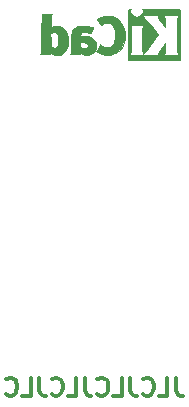
<source format=gbo>
G04 #@! TF.GenerationSoftware,KiCad,Pcbnew,(5.0.2)-1*
G04 #@! TF.CreationDate,2019-10-01T18:53:06+02:00*
G04 #@! TF.ProjectId,EleLab_v2_PowerFeed,456c654c-6162-45f7-9632-5f506f776572,rev?*
G04 #@! TF.SameCoordinates,Original*
G04 #@! TF.FileFunction,Legend,Bot*
G04 #@! TF.FilePolarity,Positive*
%FSLAX46Y46*%
G04 Gerber Fmt 4.6, Leading zero omitted, Abs format (unit mm)*
G04 Created by KiCad (PCBNEW (5.0.2)-1) date 01/10/2019 18:53:06*
%MOMM*%
%LPD*%
G01*
G04 APERTURE LIST*
%ADD10C,0.300000*%
%ADD11C,0.010000*%
%ADD12C,0.100000*%
%ADD13C,2.802000*%
%ADD14O,2.802000X3.402000*%
%ADD15O,1.902000X1.902000*%
%ADD16O,3.402000X2.802000*%
%ADD17C,5.700000*%
%ADD18O,1.702000X1.702000*%
%ADD19C,1.702000*%
%ADD20R,3.102000X3.102000*%
%ADD21C,3.102000*%
%ADD22O,1.802000X1.802000*%
%ADD23R,1.802000X1.802000*%
G04 APERTURE END LIST*
D10*
X153232571Y-127448571D02*
X153232571Y-128520000D01*
X153304000Y-128734285D01*
X153446857Y-128877142D01*
X153661142Y-128948571D01*
X153804000Y-128948571D01*
X151804000Y-128948571D02*
X152518285Y-128948571D01*
X152518285Y-127448571D01*
X150446857Y-128805714D02*
X150518285Y-128877142D01*
X150732571Y-128948571D01*
X150875428Y-128948571D01*
X151089714Y-128877142D01*
X151232571Y-128734285D01*
X151304000Y-128591428D01*
X151375428Y-128305714D01*
X151375428Y-128091428D01*
X151304000Y-127805714D01*
X151232571Y-127662857D01*
X151089714Y-127520000D01*
X150875428Y-127448571D01*
X150732571Y-127448571D01*
X150518285Y-127520000D01*
X150446857Y-127591428D01*
X149375428Y-127448571D02*
X149375428Y-128520000D01*
X149446857Y-128734285D01*
X149589714Y-128877142D01*
X149804000Y-128948571D01*
X149946857Y-128948571D01*
X147946857Y-128948571D02*
X148661142Y-128948571D01*
X148661142Y-127448571D01*
X146589714Y-128805714D02*
X146661142Y-128877142D01*
X146875428Y-128948571D01*
X147018285Y-128948571D01*
X147232571Y-128877142D01*
X147375428Y-128734285D01*
X147446857Y-128591428D01*
X147518285Y-128305714D01*
X147518285Y-128091428D01*
X147446857Y-127805714D01*
X147375428Y-127662857D01*
X147232571Y-127520000D01*
X147018285Y-127448571D01*
X146875428Y-127448571D01*
X146661142Y-127520000D01*
X146589714Y-127591428D01*
X145518285Y-127448571D02*
X145518285Y-128520000D01*
X145589714Y-128734285D01*
X145732571Y-128877142D01*
X145946857Y-128948571D01*
X146089714Y-128948571D01*
X144089714Y-128948571D02*
X144804000Y-128948571D01*
X144804000Y-127448571D01*
X142732571Y-128805714D02*
X142804000Y-128877142D01*
X143018285Y-128948571D01*
X143161142Y-128948571D01*
X143375428Y-128877142D01*
X143518285Y-128734285D01*
X143589714Y-128591428D01*
X143661142Y-128305714D01*
X143661142Y-128091428D01*
X143589714Y-127805714D01*
X143518285Y-127662857D01*
X143375428Y-127520000D01*
X143161142Y-127448571D01*
X143018285Y-127448571D01*
X142804000Y-127520000D01*
X142732571Y-127591428D01*
X141661142Y-127448571D02*
X141661142Y-128520000D01*
X141732571Y-128734285D01*
X141875428Y-128877142D01*
X142089714Y-128948571D01*
X142232571Y-128948571D01*
X140232571Y-128948571D02*
X140946857Y-128948571D01*
X140946857Y-127448571D01*
X138875428Y-128805714D02*
X138946857Y-128877142D01*
X139161142Y-128948571D01*
X139304000Y-128948571D01*
X139518285Y-128877142D01*
X139661142Y-128734285D01*
X139732571Y-128591428D01*
X139804000Y-128305714D01*
X139804000Y-128091428D01*
X139732571Y-127805714D01*
X139661142Y-127662857D01*
X139518285Y-127520000D01*
X139304000Y-127448571D01*
X139161142Y-127448571D01*
X138946857Y-127520000D01*
X138875428Y-127591428D01*
D11*
G04 #@! TO.C,LO_2*
G36*
X141852536Y-98257150D02*
X141850994Y-98587052D01*
X141849434Y-98869981D01*
X141847739Y-99109761D01*
X141845792Y-99310219D01*
X141843477Y-99475181D01*
X141840678Y-99608472D01*
X141837276Y-99713918D01*
X141833156Y-99795345D01*
X141828201Y-99856580D01*
X141822293Y-99901447D01*
X141815317Y-99933774D01*
X141807155Y-99957385D01*
X141800198Y-99971650D01*
X141755096Y-100054200D01*
X142569200Y-100054200D01*
X142569200Y-99978000D01*
X142572559Y-99924452D01*
X142580649Y-99901804D01*
X142580773Y-99901800D01*
X142606891Y-99914784D01*
X142659274Y-99947537D01*
X142686097Y-99965421D01*
X142818397Y-100032647D01*
X142978063Y-100079589D01*
X143146978Y-100103338D01*
X143307023Y-100100984D01*
X143407400Y-100081247D01*
X143591462Y-99999939D01*
X143756590Y-99878200D01*
X143891483Y-99725510D01*
X143952845Y-99623694D01*
X144020269Y-99466029D01*
X144064145Y-99299951D01*
X144087286Y-99111403D01*
X144092759Y-98924913D01*
X144091998Y-98911200D01*
X143291864Y-98911200D01*
X143287366Y-99086895D01*
X143273751Y-99220414D01*
X143248523Y-99319949D01*
X143209188Y-99393691D01*
X143153249Y-99449831D01*
X143120984Y-99472170D01*
X143014579Y-99510164D01*
X142888856Y-99507176D01*
X142753797Y-99463728D01*
X142729501Y-99451773D01*
X142632700Y-99401557D01*
X142625858Y-98852487D01*
X142619015Y-98303416D01*
X142686109Y-98259454D01*
X142749640Y-98232707D01*
X142839332Y-98212044D01*
X142897367Y-98205065D01*
X142985745Y-98201970D01*
X143044709Y-98212095D01*
X143095015Y-98240683D01*
X143121073Y-98261568D01*
X143188417Y-98335167D01*
X143237336Y-98430737D01*
X143269659Y-98555234D01*
X143287213Y-98715611D01*
X143291864Y-98911200D01*
X144091998Y-98911200D01*
X144076325Y-98628965D01*
X144028458Y-98369134D01*
X143949829Y-98146509D01*
X143841111Y-97962180D01*
X143702975Y-97817237D01*
X143536094Y-97712768D01*
X143341140Y-97649864D01*
X143301830Y-97642835D01*
X143186297Y-97634575D01*
X143058937Y-97641429D01*
X142932339Y-97660852D01*
X142819088Y-97690299D01*
X142731772Y-97727225D01*
X142683738Y-97767815D01*
X142662873Y-97792282D01*
X142646830Y-97787192D01*
X142635075Y-97748657D01*
X142627076Y-97672788D01*
X142622298Y-97555701D01*
X142620207Y-97393506D01*
X142620000Y-97303670D01*
X142620523Y-97129573D01*
X142622531Y-96998217D01*
X142626689Y-96901550D01*
X142633657Y-96831519D01*
X142644099Y-96780073D01*
X142658678Y-96739158D01*
X142668062Y-96719470D01*
X142716124Y-96625200D01*
X141859772Y-96625200D01*
X141852536Y-98257150D01*
X141852536Y-98257150D01*
G37*
X141852536Y-98257150D02*
X141850994Y-98587052D01*
X141849434Y-98869981D01*
X141847739Y-99109761D01*
X141845792Y-99310219D01*
X141843477Y-99475181D01*
X141840678Y-99608472D01*
X141837276Y-99713918D01*
X141833156Y-99795345D01*
X141828201Y-99856580D01*
X141822293Y-99901447D01*
X141815317Y-99933774D01*
X141807155Y-99957385D01*
X141800198Y-99971650D01*
X141755096Y-100054200D01*
X142569200Y-100054200D01*
X142569200Y-99978000D01*
X142572559Y-99924452D01*
X142580649Y-99901804D01*
X142580773Y-99901800D01*
X142606891Y-99914784D01*
X142659274Y-99947537D01*
X142686097Y-99965421D01*
X142818397Y-100032647D01*
X142978063Y-100079589D01*
X143146978Y-100103338D01*
X143307023Y-100100984D01*
X143407400Y-100081247D01*
X143591462Y-99999939D01*
X143756590Y-99878200D01*
X143891483Y-99725510D01*
X143952845Y-99623694D01*
X144020269Y-99466029D01*
X144064145Y-99299951D01*
X144087286Y-99111403D01*
X144092759Y-98924913D01*
X144091998Y-98911200D01*
X143291864Y-98911200D01*
X143287366Y-99086895D01*
X143273751Y-99220414D01*
X143248523Y-99319949D01*
X143209188Y-99393691D01*
X143153249Y-99449831D01*
X143120984Y-99472170D01*
X143014579Y-99510164D01*
X142888856Y-99507176D01*
X142753797Y-99463728D01*
X142729501Y-99451773D01*
X142632700Y-99401557D01*
X142625858Y-98852487D01*
X142619015Y-98303416D01*
X142686109Y-98259454D01*
X142749640Y-98232707D01*
X142839332Y-98212044D01*
X142897367Y-98205065D01*
X142985745Y-98201970D01*
X143044709Y-98212095D01*
X143095015Y-98240683D01*
X143121073Y-98261568D01*
X143188417Y-98335167D01*
X143237336Y-98430737D01*
X143269659Y-98555234D01*
X143287213Y-98715611D01*
X143291864Y-98911200D01*
X144091998Y-98911200D01*
X144076325Y-98628965D01*
X144028458Y-98369134D01*
X143949829Y-98146509D01*
X143841111Y-97962180D01*
X143702975Y-97817237D01*
X143536094Y-97712768D01*
X143341140Y-97649864D01*
X143301830Y-97642835D01*
X143186297Y-97634575D01*
X143058937Y-97641429D01*
X142932339Y-97660852D01*
X142819088Y-97690299D01*
X142731772Y-97727225D01*
X142683738Y-97767815D01*
X142662873Y-97792282D01*
X142646830Y-97787192D01*
X142635075Y-97748657D01*
X142627076Y-97672788D01*
X142622298Y-97555701D01*
X142620207Y-97393506D01*
X142620000Y-97303670D01*
X142620523Y-97129573D01*
X142622531Y-96998217D01*
X142626689Y-96901550D01*
X142633657Y-96831519D01*
X142644099Y-96780073D01*
X142658678Y-96739158D01*
X142668062Y-96719470D01*
X142716124Y-96625200D01*
X141859772Y-96625200D01*
X141852536Y-98257150D01*
G36*
X145072380Y-97652359D02*
X144896424Y-97692264D01*
X144777487Y-97736895D01*
X144684902Y-97792778D01*
X144602221Y-97866360D01*
X144549083Y-97921188D01*
X144505604Y-97972829D01*
X144470709Y-98026992D01*
X144443324Y-98089387D01*
X144422376Y-98165723D01*
X144406791Y-98261710D01*
X144395496Y-98383058D01*
X144387415Y-98535475D01*
X144381477Y-98724670D01*
X144376606Y-98956355D01*
X144374451Y-99077477D01*
X144370193Y-99309434D01*
X144366070Y-99496051D01*
X144361724Y-99642785D01*
X144356797Y-99755095D01*
X144350932Y-99838437D01*
X144343769Y-99898269D01*
X144334951Y-99940049D01*
X144324120Y-99969234D01*
X144314865Y-99985527D01*
X144269829Y-100054200D01*
X145080582Y-100054200D01*
X145096500Y-99900698D01*
X145195898Y-99968483D01*
X145352054Y-100047254D01*
X145532908Y-100093178D01*
X145722705Y-100104137D01*
X145905691Y-100078011D01*
X145939166Y-100068436D01*
X146125571Y-99986112D01*
X146276480Y-99868585D01*
X146389348Y-99719321D01*
X146461625Y-99541786D01*
X146490765Y-99339443D01*
X146491212Y-99317600D01*
X146490548Y-99288545D01*
X145762293Y-99288545D01*
X145758037Y-99377884D01*
X145747910Y-99408502D01*
X145685221Y-99489089D01*
X145590277Y-99543481D01*
X145476673Y-99567352D01*
X145358004Y-99556378D01*
X145320404Y-99544508D01*
X145233217Y-99502968D01*
X145177576Y-99450366D01*
X145147106Y-99375280D01*
X145135434Y-99266289D01*
X145134600Y-99211572D01*
X145134600Y-99012800D01*
X145300516Y-99012800D01*
X145464253Y-99027824D01*
X145602872Y-99070733D01*
X145698324Y-99131555D01*
X145740931Y-99198298D01*
X145762293Y-99288545D01*
X146490548Y-99288545D01*
X146488597Y-99203273D01*
X146474949Y-99115974D01*
X146445450Y-99032311D01*
X146422118Y-98982215D01*
X146317777Y-98825636D01*
X146173396Y-98699758D01*
X145989631Y-98604878D01*
X145767138Y-98541291D01*
X145506574Y-98509295D01*
X145366206Y-98505241D01*
X145127912Y-98504800D01*
X145141804Y-98401228D01*
X145177738Y-98287960D01*
X145249656Y-98209507D01*
X145356276Y-98166163D01*
X145496313Y-98158223D01*
X145668484Y-98185980D01*
X145845491Y-98240144D01*
X145929949Y-98267413D01*
X145994942Y-98282373D01*
X146026805Y-98281908D01*
X146027138Y-98281589D01*
X146044724Y-98249872D01*
X146074820Y-98183912D01*
X146112098Y-98096745D01*
X146151227Y-98001404D01*
X146186878Y-97910925D01*
X146213720Y-97838340D01*
X146226425Y-97796685D01*
X146226800Y-97793302D01*
X146205010Y-97774617D01*
X146161553Y-97768200D01*
X146109969Y-97762037D01*
X146023150Y-97745424D01*
X145914897Y-97721175D01*
X145837703Y-97702173D01*
X145571904Y-97651360D01*
X145313224Y-97634718D01*
X145072380Y-97652359D01*
X145072380Y-97652359D01*
G37*
X145072380Y-97652359D02*
X144896424Y-97692264D01*
X144777487Y-97736895D01*
X144684902Y-97792778D01*
X144602221Y-97866360D01*
X144549083Y-97921188D01*
X144505604Y-97972829D01*
X144470709Y-98026992D01*
X144443324Y-98089387D01*
X144422376Y-98165723D01*
X144406791Y-98261710D01*
X144395496Y-98383058D01*
X144387415Y-98535475D01*
X144381477Y-98724670D01*
X144376606Y-98956355D01*
X144374451Y-99077477D01*
X144370193Y-99309434D01*
X144366070Y-99496051D01*
X144361724Y-99642785D01*
X144356797Y-99755095D01*
X144350932Y-99838437D01*
X144343769Y-99898269D01*
X144334951Y-99940049D01*
X144324120Y-99969234D01*
X144314865Y-99985527D01*
X144269829Y-100054200D01*
X145080582Y-100054200D01*
X145096500Y-99900698D01*
X145195898Y-99968483D01*
X145352054Y-100047254D01*
X145532908Y-100093178D01*
X145722705Y-100104137D01*
X145905691Y-100078011D01*
X145939166Y-100068436D01*
X146125571Y-99986112D01*
X146276480Y-99868585D01*
X146389348Y-99719321D01*
X146461625Y-99541786D01*
X146490765Y-99339443D01*
X146491212Y-99317600D01*
X146490548Y-99288545D01*
X145762293Y-99288545D01*
X145758037Y-99377884D01*
X145747910Y-99408502D01*
X145685221Y-99489089D01*
X145590277Y-99543481D01*
X145476673Y-99567352D01*
X145358004Y-99556378D01*
X145320404Y-99544508D01*
X145233217Y-99502968D01*
X145177576Y-99450366D01*
X145147106Y-99375280D01*
X145135434Y-99266289D01*
X145134600Y-99211572D01*
X145134600Y-99012800D01*
X145300516Y-99012800D01*
X145464253Y-99027824D01*
X145602872Y-99070733D01*
X145698324Y-99131555D01*
X145740931Y-99198298D01*
X145762293Y-99288545D01*
X146490548Y-99288545D01*
X146488597Y-99203273D01*
X146474949Y-99115974D01*
X146445450Y-99032311D01*
X146422118Y-98982215D01*
X146317777Y-98825636D01*
X146173396Y-98699758D01*
X145989631Y-98604878D01*
X145767138Y-98541291D01*
X145506574Y-98509295D01*
X145366206Y-98505241D01*
X145127912Y-98504800D01*
X145141804Y-98401228D01*
X145177738Y-98287960D01*
X145249656Y-98209507D01*
X145356276Y-98166163D01*
X145496313Y-98158223D01*
X145668484Y-98185980D01*
X145845491Y-98240144D01*
X145929949Y-98267413D01*
X145994942Y-98282373D01*
X146026805Y-98281908D01*
X146027138Y-98281589D01*
X146044724Y-98249872D01*
X146074820Y-98183912D01*
X146112098Y-98096745D01*
X146151227Y-98001404D01*
X146186878Y-97910925D01*
X146213720Y-97838340D01*
X146226425Y-97796685D01*
X146226800Y-97793302D01*
X146205010Y-97774617D01*
X146161553Y-97768200D01*
X146109969Y-97762037D01*
X146023150Y-97745424D01*
X145914897Y-97721175D01*
X145837703Y-97702173D01*
X145571904Y-97651360D01*
X145313224Y-97634718D01*
X145072380Y-97652359D01*
G36*
X147155324Y-96806341D02*
X147114089Y-96816143D01*
X147043121Y-96838829D01*
X146947827Y-96874963D01*
X146840479Y-96919187D01*
X146733347Y-96966147D01*
X146638702Y-97010487D01*
X146568815Y-97046851D01*
X146537936Y-97067598D01*
X146547626Y-97090582D01*
X146579964Y-97145508D01*
X146628536Y-97222651D01*
X146686926Y-97312288D01*
X146748719Y-97404695D01*
X146807498Y-97490151D01*
X146856848Y-97558930D01*
X146889323Y-97600159D01*
X146917764Y-97597624D01*
X146969919Y-97567335D01*
X147013593Y-97533312D01*
X147158702Y-97441226D01*
X147323513Y-97395559D01*
X147481902Y-97394284D01*
X147652602Y-97434902D01*
X147796741Y-97518127D01*
X147913755Y-97642925D01*
X148003081Y-97808260D01*
X148064157Y-98013097D01*
X148096419Y-98256401D01*
X148099574Y-98530200D01*
X148078133Y-98777826D01*
X148033016Y-98983741D01*
X147962370Y-99152105D01*
X147864343Y-99287080D01*
X147737083Y-99392826D01*
X147707421Y-99411151D01*
X147630227Y-99451415D01*
X147558762Y-99472876D01*
X147470973Y-99480676D01*
X147407900Y-99481009D01*
X147248183Y-99465354D01*
X147109453Y-99417392D01*
X146975375Y-99330613D01*
X146925154Y-99288663D01*
X146870908Y-99244162D01*
X146834586Y-99220225D01*
X146826945Y-99218969D01*
X146804784Y-99252288D01*
X146765502Y-99316333D01*
X146714770Y-99401348D01*
X146658257Y-99497575D01*
X146601634Y-99595257D01*
X146550569Y-99684636D01*
X146510735Y-99755956D01*
X146487799Y-99799460D01*
X146484547Y-99808180D01*
X146509782Y-99821554D01*
X146567656Y-99852253D01*
X146645938Y-99893786D01*
X146650543Y-99896230D01*
X146812853Y-99976612D01*
X146955788Y-100031928D01*
X147097728Y-100066986D01*
X147257053Y-100086593D01*
X147407900Y-100094340D01*
X147600715Y-100095569D01*
X147752750Y-100086113D01*
X147843564Y-100070565D01*
X148075799Y-99985718D01*
X148288841Y-99856718D01*
X148478634Y-99687906D01*
X148641122Y-99483623D01*
X148772248Y-99248209D01*
X148867956Y-98986005D01*
X148872452Y-98969632D01*
X148908750Y-98783026D01*
X148927655Y-98568920D01*
X148929177Y-98345257D01*
X148913331Y-98129982D01*
X148880128Y-97941040D01*
X148871703Y-97909044D01*
X148769939Y-97635435D01*
X148627268Y-97389468D01*
X148446196Y-97174653D01*
X148229230Y-96994495D01*
X148208000Y-96980082D01*
X148030356Y-96887504D01*
X147822302Y-96821748D01*
X147597802Y-96784907D01*
X147370822Y-96779073D01*
X147155324Y-96806341D01*
X147155324Y-96806341D01*
G37*
X147155324Y-96806341D02*
X147114089Y-96816143D01*
X147043121Y-96838829D01*
X146947827Y-96874963D01*
X146840479Y-96919187D01*
X146733347Y-96966147D01*
X146638702Y-97010487D01*
X146568815Y-97046851D01*
X146537936Y-97067598D01*
X146547626Y-97090582D01*
X146579964Y-97145508D01*
X146628536Y-97222651D01*
X146686926Y-97312288D01*
X146748719Y-97404695D01*
X146807498Y-97490151D01*
X146856848Y-97558930D01*
X146889323Y-97600159D01*
X146917764Y-97597624D01*
X146969919Y-97567335D01*
X147013593Y-97533312D01*
X147158702Y-97441226D01*
X147323513Y-97395559D01*
X147481902Y-97394284D01*
X147652602Y-97434902D01*
X147796741Y-97518127D01*
X147913755Y-97642925D01*
X148003081Y-97808260D01*
X148064157Y-98013097D01*
X148096419Y-98256401D01*
X148099574Y-98530200D01*
X148078133Y-98777826D01*
X148033016Y-98983741D01*
X147962370Y-99152105D01*
X147864343Y-99287080D01*
X147737083Y-99392826D01*
X147707421Y-99411151D01*
X147630227Y-99451415D01*
X147558762Y-99472876D01*
X147470973Y-99480676D01*
X147407900Y-99481009D01*
X147248183Y-99465354D01*
X147109453Y-99417392D01*
X146975375Y-99330613D01*
X146925154Y-99288663D01*
X146870908Y-99244162D01*
X146834586Y-99220225D01*
X146826945Y-99218969D01*
X146804784Y-99252288D01*
X146765502Y-99316333D01*
X146714770Y-99401348D01*
X146658257Y-99497575D01*
X146601634Y-99595257D01*
X146550569Y-99684636D01*
X146510735Y-99755956D01*
X146487799Y-99799460D01*
X146484547Y-99808180D01*
X146509782Y-99821554D01*
X146567656Y-99852253D01*
X146645938Y-99893786D01*
X146650543Y-99896230D01*
X146812853Y-99976612D01*
X146955788Y-100031928D01*
X147097728Y-100066986D01*
X147257053Y-100086593D01*
X147407900Y-100094340D01*
X147600715Y-100095569D01*
X147752750Y-100086113D01*
X147843564Y-100070565D01*
X148075799Y-99985718D01*
X148288841Y-99856718D01*
X148478634Y-99687906D01*
X148641122Y-99483623D01*
X148772248Y-99248209D01*
X148867956Y-98986005D01*
X148872452Y-98969632D01*
X148908750Y-98783026D01*
X148927655Y-98568920D01*
X148929177Y-98345257D01*
X148913331Y-98129982D01*
X148880128Y-97941040D01*
X148871703Y-97909044D01*
X148769939Y-97635435D01*
X148627268Y-97389468D01*
X148446196Y-97174653D01*
X148229230Y-96994495D01*
X148208000Y-96980082D01*
X148030356Y-96887504D01*
X147822302Y-96821748D01*
X147597802Y-96784907D01*
X147370822Y-96779073D01*
X147155324Y-96806341D01*
G36*
X149248637Y-96242699D02*
X149226845Y-96249976D01*
X149208414Y-96266420D01*
X149193065Y-96295197D01*
X149180519Y-96339474D01*
X149170495Y-96402418D01*
X149162717Y-96487194D01*
X149156904Y-96596971D01*
X149152777Y-96734914D01*
X149150057Y-96904191D01*
X149148465Y-97107968D01*
X149147723Y-97349411D01*
X149147550Y-97631687D01*
X149147668Y-97957964D01*
X149147797Y-98331407D01*
X149147800Y-98390500D01*
X149147878Y-98765884D01*
X149148151Y-99093711D01*
X149148682Y-99377221D01*
X149149531Y-99619658D01*
X149150760Y-99824261D01*
X149152431Y-99994274D01*
X149154605Y-100132939D01*
X149157343Y-100243496D01*
X149160708Y-100329188D01*
X149164759Y-100393257D01*
X149169559Y-100438944D01*
X149175169Y-100469492D01*
X149181651Y-100488141D01*
X149187715Y-100496885D01*
X149198791Y-100503992D01*
X149218999Y-100510213D01*
X149251510Y-100515606D01*
X149299497Y-100520229D01*
X149366133Y-100524140D01*
X149454590Y-100527396D01*
X149568040Y-100530056D01*
X149709656Y-100532175D01*
X149882610Y-100533813D01*
X150090076Y-100535028D01*
X150335224Y-100535876D01*
X150621229Y-100536415D01*
X150951261Y-100536703D01*
X151328495Y-100536798D01*
X151383001Y-100536800D01*
X151766824Y-100536726D01*
X152103020Y-100536467D01*
X152394761Y-100535965D01*
X152645219Y-100535162D01*
X152857568Y-100534000D01*
X153034979Y-100532422D01*
X153180625Y-100530371D01*
X153297678Y-100527787D01*
X153389312Y-100524615D01*
X153458697Y-100520795D01*
X153509008Y-100516271D01*
X153543416Y-100510985D01*
X153565093Y-100504879D01*
X153577213Y-100497895D01*
X153578286Y-100496885D01*
X153585535Y-100485627D01*
X153591862Y-100465152D01*
X153597328Y-100432219D01*
X153601994Y-100383586D01*
X153605922Y-100316011D01*
X153609174Y-100226252D01*
X153611810Y-100111068D01*
X153613893Y-99967217D01*
X153615483Y-99791456D01*
X153616642Y-99580544D01*
X153617432Y-99331239D01*
X153617914Y-99040300D01*
X153618149Y-98704484D01*
X153618200Y-98390500D01*
X153618123Y-98015115D01*
X153617850Y-97687288D01*
X153617319Y-97403778D01*
X153616470Y-97161341D01*
X153615241Y-96956738D01*
X153614052Y-96835729D01*
X153338801Y-96835729D01*
X153328363Y-96860638D01*
X153302056Y-96914844D01*
X153288001Y-96942699D01*
X153277068Y-96965774D01*
X153267826Y-96991420D01*
X153260133Y-97023859D01*
X153253848Y-97067308D01*
X153248828Y-97125988D01*
X153244932Y-97204117D01*
X153242017Y-97305917D01*
X153239943Y-97435605D01*
X153238566Y-97597401D01*
X153237746Y-97795525D01*
X153237341Y-98034197D01*
X153237209Y-98317635D01*
X153237201Y-98454290D01*
X153237561Y-98717726D01*
X153238598Y-98966037D01*
X153240244Y-99194556D01*
X153242432Y-99398618D01*
X153245097Y-99573558D01*
X153248170Y-99714711D01*
X153251585Y-99817410D01*
X153255276Y-99876991D01*
X153257776Y-99890370D01*
X153282200Y-99930136D01*
X153308032Y-99984350D01*
X153337711Y-100054200D01*
X152811206Y-100053811D01*
X152656033Y-100052849D01*
X152521650Y-100050381D01*
X152415001Y-100046674D01*
X152343030Y-100041992D01*
X152312681Y-100036600D01*
X152312906Y-100034761D01*
X152342855Y-100000826D01*
X152378668Y-99942626D01*
X152382756Y-99934811D01*
X152397682Y-99897521D01*
X152408693Y-99847267D01*
X152416331Y-99776556D01*
X152421134Y-99677898D01*
X152423644Y-99543800D01*
X152424399Y-99366772D01*
X152424400Y-99356961D01*
X152423167Y-99179347D01*
X152419604Y-99036876D01*
X152413922Y-98933727D01*
X152406328Y-98874078D01*
X152399586Y-98860400D01*
X152370086Y-98879770D01*
X152332359Y-98926744D01*
X152330085Y-98930250D01*
X152289507Y-98987268D01*
X152255301Y-99025500D01*
X152224853Y-99062632D01*
X152184917Y-99124966D01*
X152171329Y-99148833D01*
X152129180Y-99215930D01*
X152066473Y-99304720D01*
X151995408Y-99398064D01*
X151981458Y-99415533D01*
X151873339Y-99558344D01*
X151782862Y-99694967D01*
X151714611Y-99817349D01*
X151673169Y-99917440D01*
X151662400Y-99975923D01*
X151662400Y-100054200D01*
X150535945Y-100054200D01*
X150548071Y-100040488D01*
X150392400Y-100040488D01*
X150368301Y-100044757D01*
X150301204Y-100048485D01*
X150198911Y-100051448D01*
X150069222Y-100053426D01*
X149919939Y-100054196D01*
X149909800Y-100054200D01*
X149733033Y-100053408D01*
X149601899Y-100050806D01*
X149511253Y-100046056D01*
X149455950Y-100038818D01*
X149430844Y-100028752D01*
X149428008Y-100022450D01*
X149442962Y-99978554D01*
X149466108Y-99941395D01*
X149475302Y-99922692D01*
X149482898Y-99890195D01*
X149489041Y-99839498D01*
X149493873Y-99766196D01*
X149497536Y-99665883D01*
X149500174Y-99534154D01*
X149501930Y-99366604D01*
X149502947Y-99158827D01*
X149503367Y-98906418D01*
X149503400Y-98792045D01*
X149503400Y-97692000D01*
X150368305Y-97692000D01*
X150329553Y-97766938D01*
X150319522Y-97792815D01*
X150311333Y-97831092D01*
X150304808Y-97886607D01*
X150299774Y-97964197D01*
X150296053Y-98068700D01*
X150293471Y-98204954D01*
X150291852Y-98377797D01*
X150291021Y-98592067D01*
X150290800Y-98834750D01*
X150290914Y-99086440D01*
X150291415Y-99292511D01*
X150292545Y-99458147D01*
X150294545Y-99588527D01*
X150297655Y-99688835D01*
X150302117Y-99764251D01*
X150308171Y-99819957D01*
X150316059Y-99861135D01*
X150326021Y-99892967D01*
X150338299Y-99920635D01*
X150341600Y-99927200D01*
X150372510Y-99990636D01*
X150390520Y-100033110D01*
X150392400Y-100040488D01*
X150548071Y-100040488D01*
X150597523Y-99984570D01*
X150641445Y-99935266D01*
X150669627Y-99904290D01*
X150671800Y-99902020D01*
X150729555Y-99838905D01*
X150801037Y-99754689D01*
X150876103Y-99662065D01*
X150944609Y-99573725D01*
X150996412Y-99502361D01*
X151016624Y-99470547D01*
X151056845Y-99406584D01*
X151120338Y-99315299D01*
X151198196Y-99208680D01*
X151281513Y-99098715D01*
X151361383Y-98997390D01*
X151423727Y-98922607D01*
X151484171Y-98845548D01*
X151540841Y-98761943D01*
X151545022Y-98755050D01*
X151672363Y-98556936D01*
X151768006Y-98426356D01*
X151837964Y-98335212D01*
X151756532Y-98247760D01*
X151686340Y-98168661D01*
X151596285Y-98061892D01*
X151496943Y-97940451D01*
X151398893Y-97817339D01*
X151312711Y-97705555D01*
X151283849Y-97666815D01*
X150979059Y-97286892D01*
X150739721Y-97029787D01*
X150540941Y-96828400D01*
X151086253Y-96828400D01*
X151271450Y-96828523D01*
X151412002Y-96829861D01*
X151514063Y-96833867D01*
X151583788Y-96841993D01*
X151627331Y-96855691D01*
X151650847Y-96876416D01*
X151660489Y-96905618D01*
X151662414Y-96944751D01*
X151662400Y-96964390D01*
X151677988Y-97017842D01*
X151717059Y-97085121D01*
X151734701Y-97108362D01*
X151793348Y-97185668D01*
X151856110Y-97276586D01*
X151878198Y-97311000D01*
X151921448Y-97377764D01*
X151955088Y-97424931D01*
X151966761Y-97438000D01*
X151996555Y-97467339D01*
X152045755Y-97523018D01*
X152105478Y-97594108D01*
X152166838Y-97669681D01*
X152220953Y-97738808D01*
X152258937Y-97790561D01*
X152272000Y-97813483D01*
X152288818Y-97842974D01*
X152330854Y-97890717D01*
X152348201Y-97907900D01*
X152424401Y-97980904D01*
X152424400Y-97561088D01*
X152422807Y-97378302D01*
X152417105Y-97235476D01*
X152405907Y-97121840D01*
X152387828Y-97026629D01*
X152361482Y-96939075D01*
X152335836Y-96872850D01*
X152332606Y-96857771D01*
X152341351Y-96846538D01*
X152368295Y-96838591D01*
X152419662Y-96833367D01*
X152501676Y-96830303D01*
X152620561Y-96828838D01*
X152782540Y-96828410D01*
X152828083Y-96828400D01*
X152982917Y-96828746D01*
X153118878Y-96829712D01*
X153228383Y-96831190D01*
X153303849Y-96833071D01*
X153337692Y-96835245D01*
X153338801Y-96835729D01*
X153614052Y-96835729D01*
X153613570Y-96786725D01*
X153611396Y-96648060D01*
X153608658Y-96537503D01*
X153605293Y-96451811D01*
X153601242Y-96387742D01*
X153596442Y-96342055D01*
X153590832Y-96311507D01*
X153584350Y-96292858D01*
X153578286Y-96284114D01*
X153565822Y-96275934D01*
X153543563Y-96268938D01*
X153507809Y-96263034D01*
X153454859Y-96258133D01*
X153381012Y-96254144D01*
X153282569Y-96250978D01*
X153155827Y-96248544D01*
X152997087Y-96246752D01*
X152802647Y-96245511D01*
X152568807Y-96244733D01*
X152291865Y-96244326D01*
X151968122Y-96244200D01*
X150341600Y-96244200D01*
X150341600Y-96340418D01*
X150321521Y-96456335D01*
X150268475Y-96575000D01*
X150193246Y-96675991D01*
X150140994Y-96720244D01*
X150027454Y-96767370D01*
X149896500Y-96777636D01*
X149762372Y-96753918D01*
X149639310Y-96699089D01*
X149541552Y-96616023D01*
X149526200Y-96596147D01*
X149479194Y-96495428D01*
X149457561Y-96379877D01*
X149446310Y-96244199D01*
X149336970Y-96244200D01*
X149303420Y-96242977D01*
X149274069Y-96241421D01*
X149248637Y-96242699D01*
X149248637Y-96242699D01*
G37*
X149248637Y-96242699D02*
X149226845Y-96249976D01*
X149208414Y-96266420D01*
X149193065Y-96295197D01*
X149180519Y-96339474D01*
X149170495Y-96402418D01*
X149162717Y-96487194D01*
X149156904Y-96596971D01*
X149152777Y-96734914D01*
X149150057Y-96904191D01*
X149148465Y-97107968D01*
X149147723Y-97349411D01*
X149147550Y-97631687D01*
X149147668Y-97957964D01*
X149147797Y-98331407D01*
X149147800Y-98390500D01*
X149147878Y-98765884D01*
X149148151Y-99093711D01*
X149148682Y-99377221D01*
X149149531Y-99619658D01*
X149150760Y-99824261D01*
X149152431Y-99994274D01*
X149154605Y-100132939D01*
X149157343Y-100243496D01*
X149160708Y-100329188D01*
X149164759Y-100393257D01*
X149169559Y-100438944D01*
X149175169Y-100469492D01*
X149181651Y-100488141D01*
X149187715Y-100496885D01*
X149198791Y-100503992D01*
X149218999Y-100510213D01*
X149251510Y-100515606D01*
X149299497Y-100520229D01*
X149366133Y-100524140D01*
X149454590Y-100527396D01*
X149568040Y-100530056D01*
X149709656Y-100532175D01*
X149882610Y-100533813D01*
X150090076Y-100535028D01*
X150335224Y-100535876D01*
X150621229Y-100536415D01*
X150951261Y-100536703D01*
X151328495Y-100536798D01*
X151383001Y-100536800D01*
X151766824Y-100536726D01*
X152103020Y-100536467D01*
X152394761Y-100535965D01*
X152645219Y-100535162D01*
X152857568Y-100534000D01*
X153034979Y-100532422D01*
X153180625Y-100530371D01*
X153297678Y-100527787D01*
X153389312Y-100524615D01*
X153458697Y-100520795D01*
X153509008Y-100516271D01*
X153543416Y-100510985D01*
X153565093Y-100504879D01*
X153577213Y-100497895D01*
X153578286Y-100496885D01*
X153585535Y-100485627D01*
X153591862Y-100465152D01*
X153597328Y-100432219D01*
X153601994Y-100383586D01*
X153605922Y-100316011D01*
X153609174Y-100226252D01*
X153611810Y-100111068D01*
X153613893Y-99967217D01*
X153615483Y-99791456D01*
X153616642Y-99580544D01*
X153617432Y-99331239D01*
X153617914Y-99040300D01*
X153618149Y-98704484D01*
X153618200Y-98390500D01*
X153618123Y-98015115D01*
X153617850Y-97687288D01*
X153617319Y-97403778D01*
X153616470Y-97161341D01*
X153615241Y-96956738D01*
X153614052Y-96835729D01*
X153338801Y-96835729D01*
X153328363Y-96860638D01*
X153302056Y-96914844D01*
X153288001Y-96942699D01*
X153277068Y-96965774D01*
X153267826Y-96991420D01*
X153260133Y-97023859D01*
X153253848Y-97067308D01*
X153248828Y-97125988D01*
X153244932Y-97204117D01*
X153242017Y-97305917D01*
X153239943Y-97435605D01*
X153238566Y-97597401D01*
X153237746Y-97795525D01*
X153237341Y-98034197D01*
X153237209Y-98317635D01*
X153237201Y-98454290D01*
X153237561Y-98717726D01*
X153238598Y-98966037D01*
X153240244Y-99194556D01*
X153242432Y-99398618D01*
X153245097Y-99573558D01*
X153248170Y-99714711D01*
X153251585Y-99817410D01*
X153255276Y-99876991D01*
X153257776Y-99890370D01*
X153282200Y-99930136D01*
X153308032Y-99984350D01*
X153337711Y-100054200D01*
X152811206Y-100053811D01*
X152656033Y-100052849D01*
X152521650Y-100050381D01*
X152415001Y-100046674D01*
X152343030Y-100041992D01*
X152312681Y-100036600D01*
X152312906Y-100034761D01*
X152342855Y-100000826D01*
X152378668Y-99942626D01*
X152382756Y-99934811D01*
X152397682Y-99897521D01*
X152408693Y-99847267D01*
X152416331Y-99776556D01*
X152421134Y-99677898D01*
X152423644Y-99543800D01*
X152424399Y-99366772D01*
X152424400Y-99356961D01*
X152423167Y-99179347D01*
X152419604Y-99036876D01*
X152413922Y-98933727D01*
X152406328Y-98874078D01*
X152399586Y-98860400D01*
X152370086Y-98879770D01*
X152332359Y-98926744D01*
X152330085Y-98930250D01*
X152289507Y-98987268D01*
X152255301Y-99025500D01*
X152224853Y-99062632D01*
X152184917Y-99124966D01*
X152171329Y-99148833D01*
X152129180Y-99215930D01*
X152066473Y-99304720D01*
X151995408Y-99398064D01*
X151981458Y-99415533D01*
X151873339Y-99558344D01*
X151782862Y-99694967D01*
X151714611Y-99817349D01*
X151673169Y-99917440D01*
X151662400Y-99975923D01*
X151662400Y-100054200D01*
X150535945Y-100054200D01*
X150548071Y-100040488D01*
X150392400Y-100040488D01*
X150368301Y-100044757D01*
X150301204Y-100048485D01*
X150198911Y-100051448D01*
X150069222Y-100053426D01*
X149919939Y-100054196D01*
X149909800Y-100054200D01*
X149733033Y-100053408D01*
X149601899Y-100050806D01*
X149511253Y-100046056D01*
X149455950Y-100038818D01*
X149430844Y-100028752D01*
X149428008Y-100022450D01*
X149442962Y-99978554D01*
X149466108Y-99941395D01*
X149475302Y-99922692D01*
X149482898Y-99890195D01*
X149489041Y-99839498D01*
X149493873Y-99766196D01*
X149497536Y-99665883D01*
X149500174Y-99534154D01*
X149501930Y-99366604D01*
X149502947Y-99158827D01*
X149503367Y-98906418D01*
X149503400Y-98792045D01*
X149503400Y-97692000D01*
X150368305Y-97692000D01*
X150329553Y-97766938D01*
X150319522Y-97792815D01*
X150311333Y-97831092D01*
X150304808Y-97886607D01*
X150299774Y-97964197D01*
X150296053Y-98068700D01*
X150293471Y-98204954D01*
X150291852Y-98377797D01*
X150291021Y-98592067D01*
X150290800Y-98834750D01*
X150290914Y-99086440D01*
X150291415Y-99292511D01*
X150292545Y-99458147D01*
X150294545Y-99588527D01*
X150297655Y-99688835D01*
X150302117Y-99764251D01*
X150308171Y-99819957D01*
X150316059Y-99861135D01*
X150326021Y-99892967D01*
X150338299Y-99920635D01*
X150341600Y-99927200D01*
X150372510Y-99990636D01*
X150390520Y-100033110D01*
X150392400Y-100040488D01*
X150548071Y-100040488D01*
X150597523Y-99984570D01*
X150641445Y-99935266D01*
X150669627Y-99904290D01*
X150671800Y-99902020D01*
X150729555Y-99838905D01*
X150801037Y-99754689D01*
X150876103Y-99662065D01*
X150944609Y-99573725D01*
X150996412Y-99502361D01*
X151016624Y-99470547D01*
X151056845Y-99406584D01*
X151120338Y-99315299D01*
X151198196Y-99208680D01*
X151281513Y-99098715D01*
X151361383Y-98997390D01*
X151423727Y-98922607D01*
X151484171Y-98845548D01*
X151540841Y-98761943D01*
X151545022Y-98755050D01*
X151672363Y-98556936D01*
X151768006Y-98426356D01*
X151837964Y-98335212D01*
X151756532Y-98247760D01*
X151686340Y-98168661D01*
X151596285Y-98061892D01*
X151496943Y-97940451D01*
X151398893Y-97817339D01*
X151312711Y-97705555D01*
X151283849Y-97666815D01*
X150979059Y-97286892D01*
X150739721Y-97029787D01*
X150540941Y-96828400D01*
X151086253Y-96828400D01*
X151271450Y-96828523D01*
X151412002Y-96829861D01*
X151514063Y-96833867D01*
X151583788Y-96841993D01*
X151627331Y-96855691D01*
X151650847Y-96876416D01*
X151660489Y-96905618D01*
X151662414Y-96944751D01*
X151662400Y-96964390D01*
X151677988Y-97017842D01*
X151717059Y-97085121D01*
X151734701Y-97108362D01*
X151793348Y-97185668D01*
X151856110Y-97276586D01*
X151878198Y-97311000D01*
X151921448Y-97377764D01*
X151955088Y-97424931D01*
X151966761Y-97438000D01*
X151996555Y-97467339D01*
X152045755Y-97523018D01*
X152105478Y-97594108D01*
X152166838Y-97669681D01*
X152220953Y-97738808D01*
X152258937Y-97790561D01*
X152272000Y-97813483D01*
X152288818Y-97842974D01*
X152330854Y-97890717D01*
X152348201Y-97907900D01*
X152424401Y-97980904D01*
X152424400Y-97561088D01*
X152422807Y-97378302D01*
X152417105Y-97235476D01*
X152405907Y-97121840D01*
X152387828Y-97026629D01*
X152361482Y-96939075D01*
X152335836Y-96872850D01*
X152332606Y-96857771D01*
X152341351Y-96846538D01*
X152368295Y-96838591D01*
X152419662Y-96833367D01*
X152501676Y-96830303D01*
X152620561Y-96828838D01*
X152782540Y-96828410D01*
X152828083Y-96828400D01*
X152982917Y-96828746D01*
X153118878Y-96829712D01*
X153228383Y-96831190D01*
X153303849Y-96833071D01*
X153337692Y-96835245D01*
X153338801Y-96835729D01*
X153614052Y-96835729D01*
X153613570Y-96786725D01*
X153611396Y-96648060D01*
X153608658Y-96537503D01*
X153605293Y-96451811D01*
X153601242Y-96387742D01*
X153596442Y-96342055D01*
X153590832Y-96311507D01*
X153584350Y-96292858D01*
X153578286Y-96284114D01*
X153565822Y-96275934D01*
X153543563Y-96268938D01*
X153507809Y-96263034D01*
X153454859Y-96258133D01*
X153381012Y-96254144D01*
X153282569Y-96250978D01*
X153155827Y-96248544D01*
X152997087Y-96246752D01*
X152802647Y-96245511D01*
X152568807Y-96244733D01*
X152291865Y-96244326D01*
X151968122Y-96244200D01*
X150341600Y-96244200D01*
X150341600Y-96340418D01*
X150321521Y-96456335D01*
X150268475Y-96575000D01*
X150193246Y-96675991D01*
X150140994Y-96720244D01*
X150027454Y-96767370D01*
X149896500Y-96777636D01*
X149762372Y-96753918D01*
X149639310Y-96699089D01*
X149541552Y-96616023D01*
X149526200Y-96596147D01*
X149479194Y-96495428D01*
X149457561Y-96379877D01*
X149446310Y-96244199D01*
X149336970Y-96244200D01*
X149303420Y-96242977D01*
X149274069Y-96241421D01*
X149248637Y-96242699D01*
G04 #@! TD*
%LPC*%
G04 #@! TO.C,LO_2*
G36*
X149744059Y-95925960D02*
X149626455Y-95992395D01*
X149532977Y-96095045D01*
X149489188Y-96181124D01*
X149458578Y-96319614D01*
X149467679Y-96457591D01*
X149515027Y-96579084D01*
X149527412Y-96597850D01*
X149617851Y-96685408D01*
X149736729Y-96745553D01*
X149869667Y-96775418D01*
X150002287Y-96772134D01*
X150120210Y-96732832D01*
X150140994Y-96720244D01*
X150223263Y-96641394D01*
X150291086Y-96532770D01*
X150333253Y-96415295D01*
X150341600Y-96345799D01*
X150322326Y-96236575D01*
X150271810Y-96122110D01*
X150201018Y-96023158D01*
X150145358Y-95974295D01*
X150013139Y-95913876D01*
X149876163Y-95898776D01*
X149744059Y-95925960D01*
X149744059Y-95925960D01*
G37*
X149744059Y-95925960D02*
X149626455Y-95992395D01*
X149532977Y-96095045D01*
X149489188Y-96181124D01*
X149458578Y-96319614D01*
X149467679Y-96457591D01*
X149515027Y-96579084D01*
X149527412Y-96597850D01*
X149617851Y-96685408D01*
X149736729Y-96745553D01*
X149869667Y-96775418D01*
X150002287Y-96772134D01*
X150120210Y-96732832D01*
X150140994Y-96720244D01*
X150223263Y-96641394D01*
X150291086Y-96532770D01*
X150333253Y-96415295D01*
X150341600Y-96345799D01*
X150322326Y-96236575D01*
X150271810Y-96122110D01*
X150201018Y-96023158D01*
X150145358Y-95974295D01*
X150013139Y-95913876D01*
X149876163Y-95898776D01*
X149744059Y-95925960D01*
G36*
X149503400Y-98792045D02*
X149503179Y-99063528D01*
X149502417Y-99288618D01*
X149500974Y-99471721D01*
X149498706Y-99617240D01*
X149495469Y-99729583D01*
X149491122Y-99813155D01*
X149485520Y-99872359D01*
X149478522Y-99911603D01*
X149469984Y-99935292D01*
X149466108Y-99941395D01*
X149439822Y-99978943D01*
X149429109Y-100007085D01*
X149439290Y-100027174D01*
X149475688Y-100040563D01*
X149543624Y-100048605D01*
X149648422Y-100052653D01*
X149795402Y-100054060D01*
X149909800Y-100054200D01*
X150060082Y-100053515D01*
X150191273Y-100051608D01*
X150295573Y-100048702D01*
X150365181Y-100045017D01*
X150392295Y-100040776D01*
X150392400Y-100040488D01*
X150381845Y-100011454D01*
X150355274Y-99954509D01*
X150341600Y-99927200D01*
X150328734Y-99899760D01*
X150318241Y-99869394D01*
X150309880Y-99830920D01*
X150303409Y-99779155D01*
X150298589Y-99708918D01*
X150295178Y-99615027D01*
X150292935Y-99492301D01*
X150291619Y-99335559D01*
X150290990Y-99139617D01*
X150290805Y-98899296D01*
X150290800Y-98834750D01*
X150291053Y-98577269D01*
X150291929Y-98365749D01*
X150293604Y-98195351D01*
X150296252Y-98061238D01*
X150300050Y-97958571D01*
X150305173Y-97882513D01*
X150311797Y-97828226D01*
X150320097Y-97790872D01*
X150329553Y-97766938D01*
X150368305Y-97692000D01*
X149503400Y-97692000D01*
X149503400Y-98792045D01*
X149503400Y-98792045D01*
G37*
X149503400Y-98792045D02*
X149503179Y-99063528D01*
X149502417Y-99288618D01*
X149500974Y-99471721D01*
X149498706Y-99617240D01*
X149495469Y-99729583D01*
X149491122Y-99813155D01*
X149485520Y-99872359D01*
X149478522Y-99911603D01*
X149469984Y-99935292D01*
X149466108Y-99941395D01*
X149439822Y-99978943D01*
X149429109Y-100007085D01*
X149439290Y-100027174D01*
X149475688Y-100040563D01*
X149543624Y-100048605D01*
X149648422Y-100052653D01*
X149795402Y-100054060D01*
X149909800Y-100054200D01*
X150060082Y-100053515D01*
X150191273Y-100051608D01*
X150295573Y-100048702D01*
X150365181Y-100045017D01*
X150392295Y-100040776D01*
X150392400Y-100040488D01*
X150381845Y-100011454D01*
X150355274Y-99954509D01*
X150341600Y-99927200D01*
X150328734Y-99899760D01*
X150318241Y-99869394D01*
X150309880Y-99830920D01*
X150303409Y-99779155D01*
X150298589Y-99708918D01*
X150295178Y-99615027D01*
X150292935Y-99492301D01*
X150291619Y-99335559D01*
X150290990Y-99139617D01*
X150290805Y-98899296D01*
X150290800Y-98834750D01*
X150291053Y-98577269D01*
X150291929Y-98365749D01*
X150293604Y-98195351D01*
X150296252Y-98061238D01*
X150300050Y-97958571D01*
X150305173Y-97882513D01*
X150311797Y-97828226D01*
X150320097Y-97790872D01*
X150329553Y-97766938D01*
X150368305Y-97692000D01*
X149503400Y-97692000D01*
X149503400Y-98792045D01*
G36*
X151086253Y-96828400D02*
X150540941Y-96828400D01*
X150739721Y-97029787D01*
X151069429Y-97392691D01*
X151283849Y-97666815D01*
X151362297Y-97770400D01*
X151456856Y-97890529D01*
X151556950Y-98014202D01*
X151652002Y-98128419D01*
X151731434Y-98220181D01*
X151756532Y-98247760D01*
X151837964Y-98335212D01*
X151768006Y-98426356D01*
X151632564Y-98615604D01*
X151545022Y-98755050D01*
X151490152Y-98837286D01*
X151428876Y-98916612D01*
X151423727Y-98922607D01*
X151354778Y-99005581D01*
X151274253Y-99108137D01*
X151191058Y-99218288D01*
X151114098Y-99324047D01*
X151052281Y-99413425D01*
X151016624Y-99470547D01*
X150981543Y-99523596D01*
X150923014Y-99602062D01*
X150851180Y-99693252D01*
X150776185Y-99784472D01*
X150708172Y-99863032D01*
X150671800Y-99902020D01*
X150647911Y-99928081D01*
X150605637Y-99975406D01*
X150597523Y-99984570D01*
X150535945Y-100054200D01*
X151662400Y-100054200D01*
X151662400Y-99975923D01*
X151679163Y-99899395D01*
X151726393Y-99794149D01*
X151799507Y-99668239D01*
X151893919Y-99529716D01*
X151981458Y-99415533D01*
X152052732Y-99323313D01*
X152118053Y-99232269D01*
X152165223Y-99159535D01*
X152171329Y-99148833D01*
X152211371Y-99082434D01*
X152246658Y-99034284D01*
X152255301Y-99025500D01*
X152289862Y-98986816D01*
X152330085Y-98930250D01*
X152367774Y-98882093D01*
X152398285Y-98860487D01*
X152399586Y-98860400D01*
X152408462Y-98885091D01*
X152415582Y-98956381D01*
X152420736Y-99070092D01*
X152423717Y-99222044D01*
X152424400Y-99356961D01*
X152423716Y-99536263D01*
X152421305Y-99672270D01*
X152416625Y-99772475D01*
X152409137Y-99844369D01*
X152398302Y-99895443D01*
X152383579Y-99933188D01*
X152382756Y-99934811D01*
X152347283Y-99994491D01*
X152315777Y-100032618D01*
X152312906Y-100034761D01*
X152328403Y-100040323D01*
X152387753Y-100045262D01*
X152484014Y-100049312D01*
X152610241Y-100052207D01*
X152759489Y-100053682D01*
X152811206Y-100053811D01*
X153337711Y-100054200D01*
X153308032Y-99984350D01*
X153279859Y-99925758D01*
X153257776Y-99890370D01*
X153253943Y-99861142D01*
X153250343Y-99785781D01*
X153247041Y-99668951D01*
X153244104Y-99515317D01*
X153241601Y-99329546D01*
X153239596Y-99116302D01*
X153238158Y-98880251D01*
X153237353Y-98626059D01*
X153237201Y-98454290D01*
X153237259Y-98150311D01*
X153237530Y-97892912D01*
X153238154Y-97677874D01*
X153239274Y-97500978D01*
X153241031Y-97358004D01*
X153243567Y-97244733D01*
X153247024Y-97156945D01*
X153251543Y-97090421D01*
X153257267Y-97040941D01*
X153264338Y-97004286D01*
X153272896Y-96976237D01*
X153283084Y-96952574D01*
X153288001Y-96942699D01*
X153318756Y-96880869D01*
X153336810Y-96841660D01*
X153338801Y-96835729D01*
X153314665Y-96833507D01*
X153247312Y-96831556D01*
X153144328Y-96829984D01*
X153013294Y-96828901D01*
X152861795Y-96828415D01*
X152828083Y-96828400D01*
X152654940Y-96828664D01*
X152526371Y-96829831D01*
X152436154Y-96832464D01*
X152378063Y-96837123D01*
X152345876Y-96844372D01*
X152333368Y-96854772D01*
X152334314Y-96868885D01*
X152335836Y-96872850D01*
X152369195Y-96961673D01*
X152393261Y-97050181D01*
X152409420Y-97149141D01*
X152419058Y-97269321D01*
X152423560Y-97421488D01*
X152424400Y-97561088D01*
X152424401Y-97980904D01*
X152348201Y-97907900D01*
X152300587Y-97857557D01*
X152274006Y-97820278D01*
X152272000Y-97813483D01*
X152256863Y-97787550D01*
X152217372Y-97734128D01*
X152162412Y-97664145D01*
X152100868Y-97588529D01*
X152041623Y-97518209D01*
X151993561Y-97464114D01*
X151966761Y-97438000D01*
X151944439Y-97410734D01*
X151906064Y-97354630D01*
X151878198Y-97311000D01*
X151819995Y-97223298D01*
X151757049Y-97136698D01*
X151734701Y-97108362D01*
X151689987Y-97041736D01*
X151664592Y-96980643D01*
X151662400Y-96964390D01*
X151661878Y-96920677D01*
X151656209Y-96887502D01*
X151639238Y-96863412D01*
X151604811Y-96846955D01*
X151546774Y-96836677D01*
X151458972Y-96831127D01*
X151335250Y-96828851D01*
X151169455Y-96828396D01*
X151086253Y-96828400D01*
X151086253Y-96828400D01*
G37*
X151086253Y-96828400D02*
X150540941Y-96828400D01*
X150739721Y-97029787D01*
X151069429Y-97392691D01*
X151283849Y-97666815D01*
X151362297Y-97770400D01*
X151456856Y-97890529D01*
X151556950Y-98014202D01*
X151652002Y-98128419D01*
X151731434Y-98220181D01*
X151756532Y-98247760D01*
X151837964Y-98335212D01*
X151768006Y-98426356D01*
X151632564Y-98615604D01*
X151545022Y-98755050D01*
X151490152Y-98837286D01*
X151428876Y-98916612D01*
X151423727Y-98922607D01*
X151354778Y-99005581D01*
X151274253Y-99108137D01*
X151191058Y-99218288D01*
X151114098Y-99324047D01*
X151052281Y-99413425D01*
X151016624Y-99470547D01*
X150981543Y-99523596D01*
X150923014Y-99602062D01*
X150851180Y-99693252D01*
X150776185Y-99784472D01*
X150708172Y-99863032D01*
X150671800Y-99902020D01*
X150647911Y-99928081D01*
X150605637Y-99975406D01*
X150597523Y-99984570D01*
X150535945Y-100054200D01*
X151662400Y-100054200D01*
X151662400Y-99975923D01*
X151679163Y-99899395D01*
X151726393Y-99794149D01*
X151799507Y-99668239D01*
X151893919Y-99529716D01*
X151981458Y-99415533D01*
X152052732Y-99323313D01*
X152118053Y-99232269D01*
X152165223Y-99159535D01*
X152171329Y-99148833D01*
X152211371Y-99082434D01*
X152246658Y-99034284D01*
X152255301Y-99025500D01*
X152289862Y-98986816D01*
X152330085Y-98930250D01*
X152367774Y-98882093D01*
X152398285Y-98860487D01*
X152399586Y-98860400D01*
X152408462Y-98885091D01*
X152415582Y-98956381D01*
X152420736Y-99070092D01*
X152423717Y-99222044D01*
X152424400Y-99356961D01*
X152423716Y-99536263D01*
X152421305Y-99672270D01*
X152416625Y-99772475D01*
X152409137Y-99844369D01*
X152398302Y-99895443D01*
X152383579Y-99933188D01*
X152382756Y-99934811D01*
X152347283Y-99994491D01*
X152315777Y-100032618D01*
X152312906Y-100034761D01*
X152328403Y-100040323D01*
X152387753Y-100045262D01*
X152484014Y-100049312D01*
X152610241Y-100052207D01*
X152759489Y-100053682D01*
X152811206Y-100053811D01*
X153337711Y-100054200D01*
X153308032Y-99984350D01*
X153279859Y-99925758D01*
X153257776Y-99890370D01*
X153253943Y-99861142D01*
X153250343Y-99785781D01*
X153247041Y-99668951D01*
X153244104Y-99515317D01*
X153241601Y-99329546D01*
X153239596Y-99116302D01*
X153238158Y-98880251D01*
X153237353Y-98626059D01*
X153237201Y-98454290D01*
X153237259Y-98150311D01*
X153237530Y-97892912D01*
X153238154Y-97677874D01*
X153239274Y-97500978D01*
X153241031Y-97358004D01*
X153243567Y-97244733D01*
X153247024Y-97156945D01*
X153251543Y-97090421D01*
X153257267Y-97040941D01*
X153264338Y-97004286D01*
X153272896Y-96976237D01*
X153283084Y-96952574D01*
X153288001Y-96942699D01*
X153318756Y-96880869D01*
X153336810Y-96841660D01*
X153338801Y-96835729D01*
X153314665Y-96833507D01*
X153247312Y-96831556D01*
X153144328Y-96829984D01*
X153013294Y-96828901D01*
X152861795Y-96828415D01*
X152828083Y-96828400D01*
X152654940Y-96828664D01*
X152526371Y-96829831D01*
X152436154Y-96832464D01*
X152378063Y-96837123D01*
X152345876Y-96844372D01*
X152333368Y-96854772D01*
X152334314Y-96868885D01*
X152335836Y-96872850D01*
X152369195Y-96961673D01*
X152393261Y-97050181D01*
X152409420Y-97149141D01*
X152419058Y-97269321D01*
X152423560Y-97421488D01*
X152424400Y-97561088D01*
X152424401Y-97980904D01*
X152348201Y-97907900D01*
X152300587Y-97857557D01*
X152274006Y-97820278D01*
X152272000Y-97813483D01*
X152256863Y-97787550D01*
X152217372Y-97734128D01*
X152162412Y-97664145D01*
X152100868Y-97588529D01*
X152041623Y-97518209D01*
X151993561Y-97464114D01*
X151966761Y-97438000D01*
X151944439Y-97410734D01*
X151906064Y-97354630D01*
X151878198Y-97311000D01*
X151819995Y-97223298D01*
X151757049Y-97136698D01*
X151734701Y-97108362D01*
X151689987Y-97041736D01*
X151664592Y-96980643D01*
X151662400Y-96964390D01*
X151661878Y-96920677D01*
X151656209Y-96887502D01*
X151639238Y-96863412D01*
X151604811Y-96846955D01*
X151546774Y-96836677D01*
X151458972Y-96831127D01*
X151335250Y-96828851D01*
X151169455Y-96828396D01*
X151086253Y-96828400D01*
G04 #@! TD*
D12*
G04 #@! TO.C,J1*
G36*
X142217956Y-117172255D02*
X142243252Y-117176007D01*
X142268058Y-117182221D01*
X142292136Y-117190836D01*
X142315253Y-117201770D01*
X142337188Y-117214917D01*
X142357728Y-117230150D01*
X142376676Y-117247324D01*
X142393850Y-117266272D01*
X142409083Y-117286812D01*
X142422230Y-117308747D01*
X142433164Y-117331864D01*
X142441779Y-117355942D01*
X142447993Y-117380748D01*
X142451745Y-117406044D01*
X142453000Y-117431586D01*
X142453000Y-120312414D01*
X142451745Y-120337956D01*
X142447993Y-120363252D01*
X142441779Y-120388058D01*
X142433164Y-120412136D01*
X142422230Y-120435253D01*
X142409083Y-120457188D01*
X142393850Y-120477728D01*
X142376676Y-120496676D01*
X142357728Y-120513850D01*
X142337188Y-120529083D01*
X142315253Y-120542230D01*
X142292136Y-120553164D01*
X142268058Y-120561779D01*
X142243252Y-120567993D01*
X142217956Y-120571745D01*
X142192414Y-120573000D01*
X139911586Y-120573000D01*
X139886044Y-120571745D01*
X139860748Y-120567993D01*
X139835942Y-120561779D01*
X139811864Y-120553164D01*
X139788747Y-120542230D01*
X139766812Y-120529083D01*
X139746272Y-120513850D01*
X139727324Y-120496676D01*
X139710150Y-120477728D01*
X139694917Y-120457188D01*
X139681770Y-120435253D01*
X139670836Y-120412136D01*
X139662221Y-120388058D01*
X139656007Y-120363252D01*
X139652255Y-120337956D01*
X139651000Y-120312414D01*
X139651000Y-117431586D01*
X139652255Y-117406044D01*
X139656007Y-117380748D01*
X139662221Y-117355942D01*
X139670836Y-117331864D01*
X139681770Y-117308747D01*
X139694917Y-117286812D01*
X139710150Y-117266272D01*
X139727324Y-117247324D01*
X139746272Y-117230150D01*
X139766812Y-117214917D01*
X139788747Y-117201770D01*
X139811864Y-117190836D01*
X139835942Y-117182221D01*
X139860748Y-117176007D01*
X139886044Y-117172255D01*
X139911586Y-117171000D01*
X142192414Y-117171000D01*
X142217956Y-117172255D01*
X142217956Y-117172255D01*
G37*
D13*
X141052000Y-118872000D03*
D14*
X145252000Y-118872000D03*
X149452000Y-118872000D03*
X153652000Y-118872000D03*
X157852000Y-118872000D03*
X162052000Y-118872000D03*
X166252000Y-118872000D03*
X170452000Y-118872000D03*
D15*
X174652000Y-118872000D03*
X178852000Y-118872000D03*
D14*
X183052000Y-118872000D03*
X187252000Y-118872000D03*
X141052000Y-123072000D03*
X145252000Y-123072000D03*
X149452000Y-123072000D03*
X153652000Y-123072000D03*
X157852000Y-123072000D03*
X162052000Y-123072000D03*
X166252000Y-123072000D03*
X170452000Y-123072000D03*
X174652000Y-123072000D03*
X178852000Y-123072000D03*
X183052000Y-123072000D03*
X187252000Y-123072000D03*
G04 #@! TD*
D12*
G04 #@! TO.C,J2*
G36*
X169867956Y-105280255D02*
X169893252Y-105284007D01*
X169918058Y-105290221D01*
X169942136Y-105298836D01*
X169965253Y-105309770D01*
X169987188Y-105322917D01*
X170007728Y-105338150D01*
X170026676Y-105355324D01*
X170043850Y-105374272D01*
X170059083Y-105394812D01*
X170072230Y-105416747D01*
X170083164Y-105439864D01*
X170091779Y-105463942D01*
X170097993Y-105488748D01*
X170101745Y-105514044D01*
X170103000Y-105539586D01*
X170103000Y-107820414D01*
X170101745Y-107845956D01*
X170097993Y-107871252D01*
X170091779Y-107896058D01*
X170083164Y-107920136D01*
X170072230Y-107943253D01*
X170059083Y-107965188D01*
X170043850Y-107985728D01*
X170026676Y-108004676D01*
X170007728Y-108021850D01*
X169987188Y-108037083D01*
X169965253Y-108050230D01*
X169942136Y-108061164D01*
X169918058Y-108069779D01*
X169893252Y-108075993D01*
X169867956Y-108079745D01*
X169842414Y-108081000D01*
X166961586Y-108081000D01*
X166936044Y-108079745D01*
X166910748Y-108075993D01*
X166885942Y-108069779D01*
X166861864Y-108061164D01*
X166838747Y-108050230D01*
X166816812Y-108037083D01*
X166796272Y-108021850D01*
X166777324Y-108004676D01*
X166760150Y-107985728D01*
X166744917Y-107965188D01*
X166731770Y-107943253D01*
X166720836Y-107920136D01*
X166712221Y-107896058D01*
X166706007Y-107871252D01*
X166702255Y-107845956D01*
X166701000Y-107820414D01*
X166701000Y-105539586D01*
X166702255Y-105514044D01*
X166706007Y-105488748D01*
X166712221Y-105463942D01*
X166720836Y-105439864D01*
X166731770Y-105416747D01*
X166744917Y-105394812D01*
X166760150Y-105374272D01*
X166777324Y-105355324D01*
X166796272Y-105338150D01*
X166816812Y-105322917D01*
X166838747Y-105309770D01*
X166861864Y-105298836D01*
X166885942Y-105290221D01*
X166910748Y-105284007D01*
X166936044Y-105280255D01*
X166961586Y-105279000D01*
X169842414Y-105279000D01*
X169867956Y-105280255D01*
X169867956Y-105280255D01*
G37*
D13*
X168402000Y-106680000D03*
D16*
X168402000Y-102480000D03*
X168402000Y-98280000D03*
X168402000Y-94080000D03*
X172602000Y-106680000D03*
X172602000Y-102480000D03*
X172602000Y-98280000D03*
X172602000Y-94080000D03*
G04 #@! TD*
D17*
G04 #@! TO.C,H1*
X135000000Y-83000000D03*
G04 #@! TD*
G04 #@! TO.C,H2*
X197000000Y-105000000D03*
G04 #@! TD*
G04 #@! TO.C,H3*
X135000000Y-127000000D03*
G04 #@! TD*
D18*
G04 #@! TO.C,LO_1*
X137815400Y-109765200D03*
D19*
X145435400Y-109765200D03*
G04 #@! TD*
D20*
G04 #@! TO.C,J5*
X177292000Y-86868000D03*
D21*
X172212000Y-86868000D03*
G04 #@! TD*
G04 #@! TO.C,J6*
X182372000Y-111760000D03*
D20*
X187452000Y-111760000D03*
G04 #@! TD*
G04 #@! TO.C,J7*
X182372000Y-94996000D03*
D21*
X187452000Y-94996000D03*
G04 #@! TD*
G04 #@! TO.C,J8*
X182372000Y-86868000D03*
D20*
X187452000Y-86868000D03*
G04 #@! TD*
G04 #@! TO.C,J9*
X167132000Y-86868000D03*
D21*
X162052000Y-86868000D03*
G04 #@! TD*
G04 #@! TO.C,J10*
X151892000Y-86868000D03*
D20*
X156972000Y-86868000D03*
G04 #@! TD*
D22*
G04 #@! TO.C,J3*
X194000000Y-83000000D03*
X191460000Y-83000000D03*
X194000000Y-85540000D03*
X191460000Y-85540000D03*
X194000000Y-88080000D03*
X191460000Y-88080000D03*
X194000000Y-90620000D03*
X191460000Y-90620000D03*
X194000000Y-93160000D03*
X191460000Y-93160000D03*
X194000000Y-95700000D03*
X191460000Y-95700000D03*
X194000000Y-98240000D03*
X191460000Y-98240000D03*
X194000000Y-100780000D03*
D23*
X191460000Y-100780000D03*
G04 #@! TD*
G04 #@! TO.C,J4*
X191460000Y-127000000D03*
D22*
X194000000Y-127000000D03*
X191460000Y-124460000D03*
X194000000Y-124460000D03*
X191460000Y-121920000D03*
X194000000Y-121920000D03*
X191460000Y-119380000D03*
X194000000Y-119380000D03*
X191460000Y-116840000D03*
X194000000Y-116840000D03*
X191460000Y-114300000D03*
X194000000Y-114300000D03*
X191460000Y-111760000D03*
X194000000Y-111760000D03*
X191460000Y-109220000D03*
X194000000Y-109220000D03*
G04 #@! TD*
M02*

</source>
